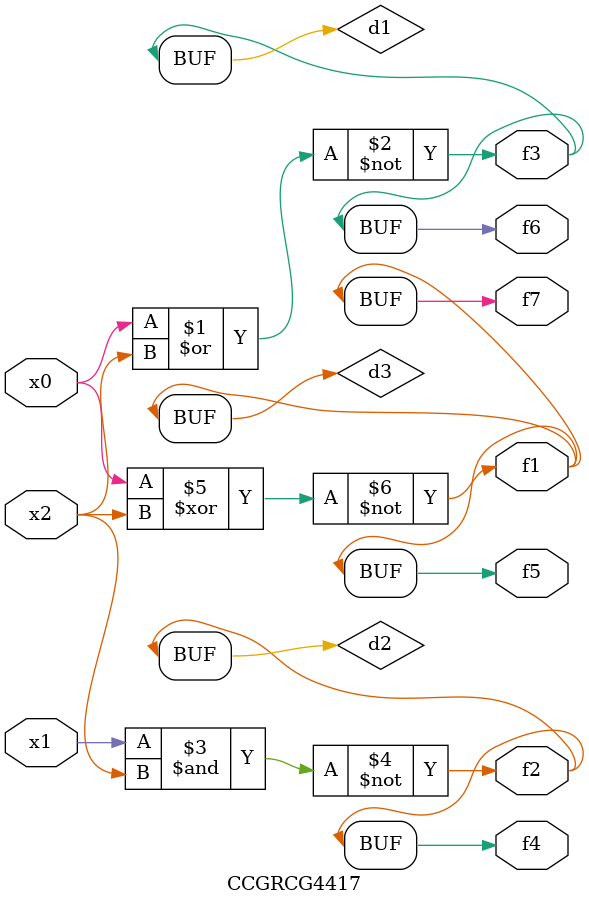
<source format=v>
module CCGRCG4417(
	input x0, x1, x2,
	output f1, f2, f3, f4, f5, f6, f7
);

	wire d1, d2, d3;

	nor (d1, x0, x2);
	nand (d2, x1, x2);
	xnor (d3, x0, x2);
	assign f1 = d3;
	assign f2 = d2;
	assign f3 = d1;
	assign f4 = d2;
	assign f5 = d3;
	assign f6 = d1;
	assign f7 = d3;
endmodule

</source>
